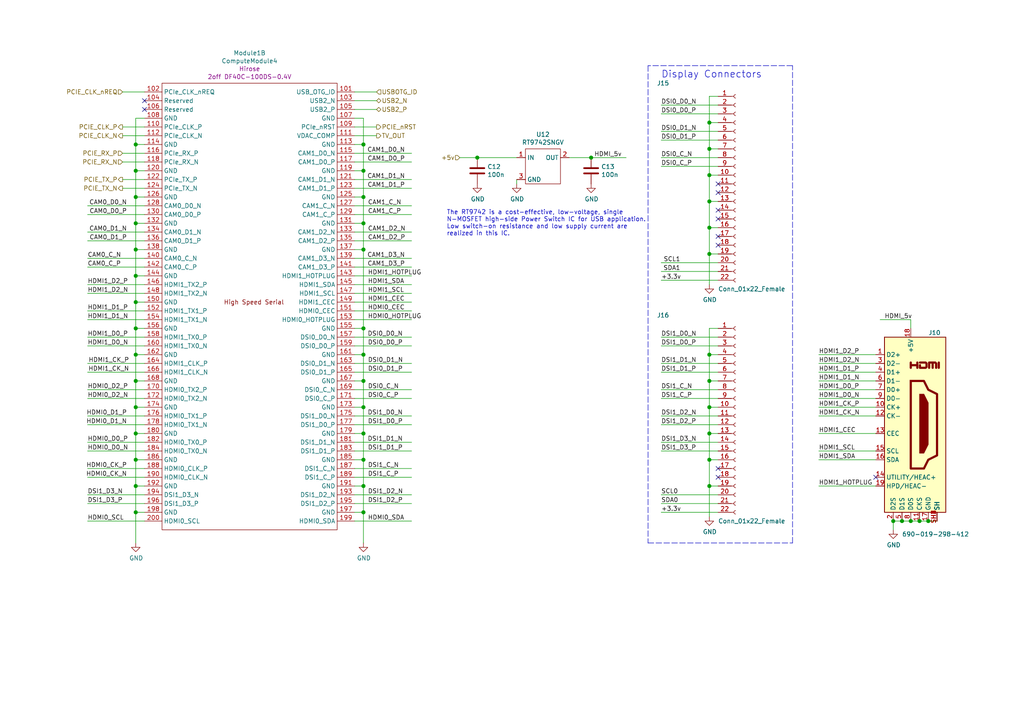
<source format=kicad_sch>
(kicad_sch (version 20211123) (generator eeschema)
  (paper "A4")
  (title_block (title "Compute Module 4 IO Board - CM4 - Highspeed") (rev "1") (company "© 2020-2022 Raspberry Pi Ltd (formerly Raspberry Pi (Trading) Ltd.)") (comment 1 "www.raspberrypi.com"))
  (lib_symbols
    (symbol "CM4IO:ComputeModule4-CM4"
      (property "Reference" "Module" (at 113.03 -68.58 0))
      (property "Value" "ComputeModule4-CM4" (at 140.97 2.54 0))
      (property "Field4" "Hirose" (at 0 0 0))
      (property "Field5" "2x DF40C-100DS-0.4V" (at 0 -2.54 0))
      (symbol "ComputeModule4-CM4_1_0"
        (text "GPIO" (at 0 6.35 0) (effects (font (size 1.27 1.27))))
      )
      (symbol "ComputeModule4-CM4_1_1"
        (rectangle (start -30.48 -71.12) (end 25.4 58.42))
        (text "600mA Max" (at -8.89 -53.34 0) (effects (font (size 1.27 1.27))))
        (text "600mA Max" (at -8.89 -48.26 0) (effects (font (size 1.27 1.27))))
        (text "NB SD signals are only available" (at -1.27 -27.94 0) (effects (font (size 1.27 1.27))))
        (text "on modules without eMMC" (at -1.27 -30.48 0) (effects (font (size 1.27 1.27))))
        (pin power_in line (at 27.94 55.88 180) (length 2.54) (name "GND") (number "1"))
        (pin passive line (at -33.02 45.72 0) (length 2.54) (name "Ethernet_Pair0_N") (number "10"))
        (pin output line (at -33.02 -68.58 0) (length 2.54) (name "nEXTRST") (number "100"))
        (pin passive line (at 27.94 43.18 180) (length 2.54) (name "Ethernet_Pair2_P") (number "11"))
        (pin passive line (at -33.02 43.18 0) (length 2.54) (name "Ethernet_Pair0_P") (number "12"))
        (pin power_in line (at 27.94 40.64 180) (length 2.54) (name "GND") (number "13"))
        (pin power_in line (at -33.02 40.64 0) (length 2.54) (name "GND") (number "14"))
        (pin output line (at 27.94 38.1 180) (length 2.54) (name "Ethernet_nLED3(3.3v)") (number "15"))
        (pin input line (at -33.02 38.1 0) (length 2.54) (name "Ethernet_SYNC_IN(1.8v)") (number "16"))
        (pin output line (at 27.94 35.56 180) (length 2.54) (name "Ethernet_nLED2(3.3v)") (number "17"))
        (pin input line (at -33.02 35.56 0) (length 2.54) (name "Ethernet_SYNC_OUT(1.8v)") (number "18"))
        (pin output line (at 27.94 33.02 180) (length 2.54) (name "Ethernet_nLED1(3.3v)") (number "19"))
        (pin power_in line (at -33.02 55.88 0) (length 2.54) (name "GND") (number "2"))
        (pin passive line (at -33.02 33.02 0) (length 2.54) (name "EEPROM_nWP") (number "20"))
        (pin open_collector line (at 27.94 30.48 180) (length 2.54) (name "PI_nLED_Activity") (number "21"))
        (pin power_in line (at -33.02 30.48 0) (length 2.54) (name "GND") (number "22"))
        (pin power_in line (at 27.94 27.94 180) (length 2.54) (name "GND") (number "23"))
        (pin passive line (at -33.02 27.94 0) (length 2.54) (name "GPIO26") (number "24"))
        (pin passive line (at 27.94 25.4 180) (length 2.54) (name "GPIO21") (number "25"))
        (pin passive line (at -33.02 25.4 0) (length 2.54) (name "GPIO19") (number "26"))
        (pin passive line (at 27.94 22.86 180) (length 2.54) (name "GPIO20") (number "27"))
        (pin passive line (at -33.02 22.86 0) (length 2.54) (name "GPIO13") (number "28"))
        (pin passive line (at 27.94 20.32 180) (length 2.54) (name "GPIO16") (number "29"))
        (pin passive line (at 27.94 53.34 180) (length 2.54) (name "Ethernet_Pair3_P") (number "3"))
        (pin passive line (at -33.02 20.32 0) (length 2.54) (name "GPIO6") (number "30"))
        (pin passive line (at 27.94 17.78 180) (length 2.54) (name "GPIO12") (number "31"))
        (pin power_in line (at -33.02 17.78 0) (length 2.54) (name "GND") (number "32"))
        (pin power_in line (at 27.94 15.24 180) (length 2.54) (name "GND") (number "33"))
        (pin passive line (at -33.02 15.24 0) (length 2.54) (name "GPIO5") (number "34"))
        (pin passive line (at 27.94 12.7 180) (length 2.54) (name "ID_SC") (number "35"))
        (pin passive line (at -33.02 12.7 0) (length 2.54) (name "ID_SD") (number "36"))
        (pin passive line (at 27.94 10.16 180) (length 2.54) (name "GPIO7") (number "37"))
        (pin passive line (at -33.02 10.16 0) (length 2.54) (name "GPIO11") (number "38"))
        (pin passive line (at 27.94 7.62 180) (length 2.54) (name "GPIO8") (number "39"))
        (pin passive line (at -33.02 53.34 0) (length 2.54) (name "Ethernet_Pair1_P") (number "4"))
        (pin passive line (at -33.02 7.62 0) (length 2.54) (name "GPIO9") (number "40"))
        (pin passive line (at 27.94 5.08 180) (length 2.54) (name "GPIO25") (number "41"))
        (pin power_in line (at -33.02 5.08 0) (length 2.54) (name "GND") (number "42"))
        (pin power_in line (at 27.94 2.54 180) (length 2.54) (name "GND") (number "43"))
        (pin passive line (at -33.02 2.54 0) (length 2.54) (name "GPIO10") (number "44"))
        (pin passive line (at 27.94 0 180) (length 2.54) (name "GPIO24") (number "45"))
        (pin passive line (at -33.02 0 0) (length 2.54) (name "GPIO22") (number "46"))
        (pin passive line (at 27.94 -2.54 180) (length 2.54) (name "GPIO23") (number "47"))
        (pin passive line (at -33.02 -2.54 0) (length 2.54) (name "GPIO27") (number "48"))
        (pin passive line (at 27.94 -5.08 180) (length 2.54) (name "GPIO18") (number "49"))
        (pin passive line (at 27.94 50.8 180) (length 2.54) (name "Ethernet_Pair3_N") (number "5"))
        (pin passive line (at -33.02 -5.08 0) (length 2.54) (name "GPIO17") (number "50"))
        (pin passive line (at 27.94 -7.62 180) (length 2.54) (name "GPIO15") (number "51"))
        (pin power_in line (at -33.02 -7.62 0) (length 2.54) (name "GND") (number "52"))
        (pin power_in line (at 27.94 -10.16 180) (length 2.54) (name "GND") (number "53"))
        (pin passive line (at -33.02 -10.16 0) (length 2.54) (name "GPIO4") (number "54"))
        (pin passive line (at 27.94 -12.7 180) (length 2.54) (name "GPIO14") (number "55"))
        (pin passive line (at -33.02 -12.7 0) (length 2.54) (name "GPIO3") (number "56"))
        (pin passive line (at 27.94 -15.24 180) (length 2.54) (name "SD_CLK") (number "57"))
        (pin passive line (at -33.02 -15.24 0) (length 2.54) (name "GPIO2") (number "58"))
        (pin power_in line (at 27.94 -17.78 180) (length 2.54) (name "GND") (number "59"))
        (pin passive line (at -33.02 50.8 0) (length 2.54) (name "Ethernet_Pair1_N") (number "6"))
        (pin power_in line (at -33.02 -17.78 0) (length 2.54) (name "GND") (number "60"))
        (pin passive line (at 27.94 -20.32 180) (length 2.54) (name "SD_DAT3") (number "61"))
        (pin passive line (at -33.02 -20.32 0) (length 2.54) (name "SD_CMD") (number "62"))
        (pin passive line (at 27.94 -22.86 180) (length 2.54) (name "SD_DAT0") (number "63"))
        (pin passive line (at -33.02 -22.86 0) (length 2.54) (name "SD_DAT5") (number "64"))
        (pin power_in line (at 27.94 -25.4 180) (length 2.54) (name "GND") (number "65"))
        (pin power_in line (at -33.02 -25.4 0) (length 2.54) (name "GND") (number "66"))
        (pin passive line (at 27.94 -27.94 180) (length 2.54) (name "SD_DAT1") (number "67"))
        (pin passive line (at -33.02 -27.94 0) (length 2.54) (name "SD_DAT4") (number "68"))
        (pin passive line (at 27.94 -30.48 180) (length 2.54) (name "SD_DAT2") (number "69"))
        (pin power_in line (at 27.94 48.26 180) (length 2.54) (name "GND") (number "7"))
        (pin passive line (at -33.02 -30.48 0) (length 2.54) (name "SD_DAT7") (number "70"))
        (pin power_in line (at 27.94 -33.02 180) (length 2.54) (name "GND") (number "71"))
        (pin passive line (at -33.02 -33.02 0) (length 2.54) (name "SD_DAT6") (number "72"))
        (pin input line (at 27.94 -35.56 180) (length 2.54) (name "SD_VDD_Override") (number "73"))
        (pin power_in line (at -33.02 -35.56 0) (length 2.54) (name "GND") (number "74"))
        (pin output line (at 27.94 -38.1 180) (length 2.54) (name "SD_PWR_ON") (number "75"))
        (pin passive line (at -33.02 -38.1 0) (length 2.54) (name "Reserved") (number "76"))
        (pin power_in line (at 27.94 -40.64 180) (length 2.54) (name "+5v_(Input)") (number "77"))
        (pin power_in line (at -33.02 -40.64 0) (length 2.54) (name "GPIO_VREF(1.8v/3.3v_Input)") (number "78"))
        (pin power_in line (at 27.94 -43.18 180) (length 2.54) (name "+5v_(Input)") (number "79"))
        (pin power_in line (at -33.02 48.26 0) (length 2.54) (name "GND") (number "8"))
        (pin passive line (at -33.02 -43.18 0) (length 2.54) (name "SCL0") (number "80"))
        (pin power_in line (at 27.94 -45.72 180) (length 2.54) (name "+5v_(Input)") (number "81"))
        (pin passive line (at -33.02 -45.72 0) (length 2.54) (name "SDA0") (number "82"))
        (pin power_in line (at 27.94 -48.26 180) (length 2.54) (name "+5v_(Input)") (number "83"))
        (pin power_out line (at -33.02 -48.26 0) (length 2.54) (name "+3.3v_(Output)") (number "84"))
        (pin power_in line (at 27.94 -50.8 180) (length 2.54) (name "+5v_(Input)") (number "85"))
        (pin power_out line (at -33.02 -50.8 0) (length 2.54) (name "+3.3v_(Output)") (number "86"))
        (pin power_in line (at 27.94 -53.34 180) (length 2.54) (name "+5v_(Input)") (number "87"))
        (pin power_out line (at -33.02 -53.34 0) (length 2.54) (name "+1.8v_(Output)") (number "88"))
        (pin power_in line (at 27.94 -55.88 180) (length 2.54) (name "WiFi_nDisable") (number "89"))
        (pin passive line (at 27.94 45.72 180) (length 2.54) (name "Ethernet_Pair2_N") (number "9"))
        (pin power_out line (at -33.02 -55.88 0) (length 2.54) (name "+1.8v_(Output)") (number "90"))
        (pin power_in line (at 27.94 -58.42 180) (length 2.54) (name "BT_nDisable") (number "91"))
        (pin passive line (at -33.02 -58.42 0) (length 2.54) (name "RUN_PG") (number "92"))
        (pin input line (at 27.94 -60.96 180) (length 2.54) (name "nRPIBOOT") (number "93"))
        (pin passive line (at -33.02 -60.96 0) (length 2.54) (name "AnalogIP0") (number "94"))
        (pin output line (at 27.94 -63.5 180) (length 2.54) (name "nPI_LED_PWR") (number "95"))
        (pin passive line (at -33.02 -63.5 0) (length 2.54) (name "AnalogIP1") (number "96"))
        (pin passive line (at 27.94 -66.04 180) (length 2.54) (name "Camera_GPIO") (number "97"))
        (pin power_in line (at -33.02 -66.04 0) (length 2.54) (name "GND") (number "98"))
        (pin input line (at 27.94 -68.58 180) (length 2.54) (name "Global_EN") (number "99"))
      )
      (symbol "ComputeModule4-CM4_2_1"
        (rectangle (start 114.3 -66.04) (end 165.1 63.5))
        (text "High Speed Serial" (at 140.97 0 0) (effects (font (size 1.27 1.27))))
        (pin input line (at 170.18 60.96 180) (length 5.08) (name "USB_OTG_ID") (number "101"))
        (pin input line (at 109.22 60.96 0) (length 5.08) (name "PCIe_CLK_nREQ") (number "102"))
        (pin passive line (at 170.18 58.42 180) (length 5.08) (name "USB2_N") (number "103"))
        (pin passive line (at 109.22 58.42 0) (length 5.08) (name "Reserved") (number "104"))
        (pin passive line (at 170.18 55.88 180) (length 5.08) (name "USB2_P") (number "105"))
        (pin passive line (at 109.22 55.88 0) (length 5.08) (name "Reserved") (number "106"))
        (pin power_in line (at 170.18 53.34 180) (length 5.08) (name "GND") (number "107"))
        (pin power_in line (at 109.22 53.34 0) (length 5.08) (name "GND") (number "108"))
        (pin bidirectional line (at 170.18 50.8 180) (length 5.08) (name "PCIe_nRST") (number "109"))
        (pin output line (at 109.22 50.8 0) (length 5.08) (name "PCIe_CLK_P") (number "110"))
        (pin passive line (at 170.18 48.26 180) (length 5.08) (name "VDAC_COMP") (number "111"))
        (pin output line (at 109.22 48.26 0) (length 5.08) (name "PCIe_CLK_N") (number "112"))
        (pin power_in line (at 170.18 45.72 180) (length 5.08) (name "GND") (number "113"))
        (pin power_in line (at 109.22 45.72 0) (length 5.08) (name "GND") (number "114"))
        (pin input line (at 170.18 43.18 180) (length 5.08) (name "CAM1_D0_N") (number "115"))
        (pin input line (at 109.22 43.18 0) (length 5.08) (name "PCIe_RX_P") (number "116"))
        (pin input line (at 170.18 40.64 180) (length 5.08) (name "CAM1_D0_P") (number "117"))
        (pin input line (at 109.22 40.64 0) (length 5.08) (name "PCIe_RX_N") (number "118"))
        (pin power_in line (at 170.18 38.1 180) (length 5.08) (name "GND") (number "119"))
        (pin power_in line (at 109.22 38.1 0) (length 5.08) (name "GND") (number "120"))
        (pin input line (at 170.18 35.56 180) (length 5.08) (name "CAM1_D1_N") (number "121"))
        (pin output line (at 109.22 35.56 0) (length 5.08) (name "PCIe_TX_P") (number "122"))
        (pin input line (at 170.18 33.02 180) (length 5.08) (name "CAM1_D1_P") (number "123"))
        (pin output line (at 109.22 33.02 0) (length 5.08) (name "PCIe_TX_N") (number "124"))
        (pin power_in line (at 170.18 30.48 180) (length 5.08) (name "GND") (number "125"))
        (pin power_in line (at 109.22 30.48 0) (length 5.08) (name "GND") (number "126"))
        (pin input line (at 170.18 27.94 180) (length 5.08) (name "CAM1_C_N") (number "127"))
        (pin input line (at 109.22 27.94 0) (length 5.08) (name "CAM0_D0_N") (number "128"))
        (pin input line (at 170.18 25.4 180) (length 5.08) (name "CAM1_C_P") (number "129"))
        (pin input line (at 109.22 25.4 0) (length 5.08) (name "CAM0_D0_P") (number "130"))
        (pin power_in line (at 170.18 22.86 180) (length 5.08) (name "GND") (number "131"))
        (pin power_in line (at 109.22 22.86 0) (length 5.08) (name "GND") (number "132"))
        (pin input line (at 170.18 20.32 180) (length 5.08) (name "CAM1_D2_N") (number "133"))
        (pin input line (at 109.22 20.32 0) (length 5.08) (name "CAM0_D1_N") (number "134"))
        (pin input line (at 170.18 17.78 180) (length 5.08) (name "CAM1_D2_P") (number "135"))
        (pin input line (at 109.22 17.78 0) (length 5.08) (name "CAM0_D1_P") (number "136"))
        (pin power_in line (at 170.18 15.24 180) (length 5.08) (name "GND") (number "137"))
        (pin power_in line (at 109.22 15.24 0) (length 5.08) (name "GND") (number "138"))
        (pin input line (at 170.18 12.7 180) (length 5.08) (name "CAM1_D3_N") (number "139"))
        (pin input line (at 109.22 12.7 0) (length 5.08) (name "CAM0_C_N") (number "140"))
        (pin input line (at 170.18 10.16 180) (length 5.08) (name "CAM1_D3_P") (number "141"))
        (pin input line (at 109.22 10.16 0) (length 5.08) (name "CAM0_C_P") (number "142"))
        (pin input line (at 170.18 7.62 180) (length 5.08) (name "HDMI1_HOTPLUG") (number "143"))
        (pin power_in line (at 109.22 7.62 0) (length 5.08) (name "GND") (number "144"))
        (pin bidirectional line (at 170.18 5.08 180) (length 5.08) (name "HDMI1_SDA") (number "145"))
        (pin output line (at 109.22 5.08 0) (length 5.08) (name "HDMI1_TX2_P") (number "146"))
        (pin open_collector line (at 170.18 2.54 180) (length 5.08) (name "HDMI1_SCL") (number "147"))
        (pin output line (at 109.22 2.54 0) (length 5.08) (name "HDMI1_TX2_N") (number "148"))
        (pin open_collector line (at 170.18 0 180) (length 5.08) (name "HDMI1_CEC") (number "149"))
        (pin power_in line (at 109.22 0 0) (length 5.08) (name "GND") (number "150"))
        (pin open_collector line (at 170.18 -2.54 180) (length 5.08) (name "HDMI0_CEC") (number "151"))
        (pin output line (at 109.22 -2.54 0) (length 5.08) (name "HDMI1_TX1_P") (number "152"))
        (pin input line (at 170.18 -5.08 180) (length 5.08) (name "HDMI0_HOTPLUG") (number "153"))
        (pin output line (at 109.22 -5.08 0) (length 5.08) (name "HDMI1_TX1_N") (number "154"))
        (pin power_in line (at 170.18 -7.62 180) (length 5.08) (name "GND") (number "155"))
        (pin power_in line (at 109.22 -7.62 0) (length 5.08) (name "GND") (number "156"))
        (pin output line (at 170.18 -10.16 180) (length 5.08) (name "DSI0_D0_N") (number "157"))
        (pin output line (at 109.22 -10.16 0) (length 5.08) (name "HDMI1_TX0_P") (number "158"))
        (pin output line (at 170.18 -12.7 180) (length 5.08) (name "DSI0_D0_P") (number "159"))
        (pin output line (at 109.22 -12.7 0) (length 5.08) (name "HDMI1_TX0_N") (number "160"))
        (pin power_in line (at 170.18 -15.24 180) (length 5.08) (name "GND") (number "161"))
        (pin power_in line (at 109.22 -15.24 0) (length 5.08) (name "GND") (number "162"))
        (pin output line (at 170.18 -17.78 180) (length 5.08) (name "DSI0_D1_N") (number "163"))
        (pin output line (at 109.22 -17.78 0) (length 5.08) (name "HDMI1_CLK_P") (number "164"))
        (pin output line (at 170.18 -20.32 180) (length 5.08) (name "DSI0_D1_P") (number "165"))
        (pin output line (at 109.22 -20.32 0) (length 5.08) (name "HDMI1_CLK_N") (number "166"))
        (pin power_in line (at 170.18 -22.86 180) (length 5.08) (name "GND") (number "167"))
        (pin power_in line (at 109.22 -22.86 0) (length 5.08) (name "GND") (number "168"))
        (pin output line (at 170.18 -25.4 180) (length 5.08) (name "DSI0_C_N") (number "169"))
        (pin output line (at 109.22 -25.4 0) (length 5.08) (name "HDMI0_TX2_P") (number "170"))
        (pin output line (at 170.18 -27.94 180) (length 5.08) (name "DSI0_C_P") (number "171"))
        (pin output line (at 109.22 -27.94 0) (length 5.08) (name "HDMI0_TX2_N") (number "172"))
        (pin power_in line (at 170.18 -30.48 180) (length 5.08) (name "GND") (number "173"))
        (pin power_in line (at 109.22 -30.48 0) (length 5.08) (name "GND") (number "174"))
        (pin output line (at 170.18 -33.02 180) (length 5.08) (name "DSI1_D0_N") (number "175"))
        (pin output line (at 109.22 -33.02 0) (length 5.08) (name "HDMI0_TX1_P") (number "176"))
        (pin output line (at 170.18 -35.56 180) (length 5.08) (name "DSI1_D0_P") (number "177"))
        (pin output line (at 109.22 -35.56 0) (length 5.08) (name "HDMI0_TX1_N") (number "178"))
        (pin power_in line (at 170.18 -38.1 180) (length 5.08) (name "GND") (number "179"))
        (pin power_in line (at 109.22 -38.1 0) (length 5.08) (name "GND") (number "180"))
        (pin output line (at 170.18 -40.64 180) (length 5.08) (name "DSI1_D1_N") (number "181"))
        (pin output line (at 109.22 -40.64 0) (length 5.08) (name "HDMI0_TX0_P") (number "182"))
        (pin output line (at 170.18 -43.18 180) (length 5.08) (name "DSI1_D1_P") (number "183"))
        (pin output line (at 109.22 -43.18 0) (length 5.08) (name "HDMI0_TX0_N") (number "184"))
        (pin power_in line (at 170.18 -45.72 180) (length 5.08) (name "GND") (number "185"))
        (pin power_in line (at 109.22 -45.72 0) (length 5.08) (name "GND") (number "186"))
        (pin output line (at 170.18 -48.26 180) (length 5.08) (name "DSI1_C_N") (number "187"))
        (pin output line (at 109.22 -48.26 0) (length 5.08) (name "HDMI0_CLK_P") (number "188"))
        (pin output line (at 170.18 -50.8 180) (length 5.08) (name "DSI1_C_P") (number "189"))
        (pin output line (at 109.22 -50.8 0) (length 5.08) (name "HDMI0_CLK_N") (number "190"))
        (pin power_in line (at 170.18 -53.34 180) (length 5.08) (name "GND") (number "191"))
        (pin power_in line (at 109.22 -53.34 0) (length 5.08) (name "GND") (number "192"))
        (pin output line (at 170.18 -55.88 180) (length 5.08) (name "DSI1_D2_N") (number "193"))
        (pin output line (at 109.22 -55.88 0) (length 5.08) (name "DSI1_D3_N") (number "194"))
        (pin output line (at 170.18 -58.42 180) (length 5.08) (name "DSI1_D2_P") (number "195"))
        (pin output line (at 109.22 -58.42 0) (length 5.08) (name "DSI1_D3_P") (number "196"))
        (pin power_in line (at 170.18 -60.96 180) (length 5.08) (name "GND") (number "197"))
        (pin power_in line (at 109.22 -60.96 0) (length 5.08) (name "GND") (number "198"))
        (pin bidirectional line (at 170.18 -63.5 180) (length 5.08) (name "HDMI0_SDA") (number "199"))
        (pin open_collector line (at 109.22 -63.5 0) (length 5.08) (name "HDMI0_SCL") (number "200"))
      )
    )
    (symbol "CM4IO:HDMI_A_1.4"
      (property "Reference" "J" (at -6.35 26.67 0))
      (property "Value" "HDMI_A_1.4" (at 10.16 26.67 0))
      (symbol "HDMI_A_1.4_0_0"
        (polyline (pts (xy 8.128 16.51) (xy 8.128 18.034)) (stroke (width 0.635)))
        (polyline (pts (xy 0 16.51) (xy 0 18.034) (xy 0 17.272) (xy 1.905 17.272) (xy 1.905 18.034) (xy 1.905 16.51)) (stroke (width 0.635)))
        (polyline (pts (xy 2.667 18.034) (xy 4.318 18.034) (xy 4.572 17.78) (xy 4.572 16.764) (xy 4.318 16.51) (xy 2.667 16.51) (xy 2.667 17.272)) (stroke (width 0.635)))
        (pin passive line (at 7.62 -27.94 90) (length 2.54) (name "SH") (number "SH2"))
        (pin passive line (at 7.62 -27.94 90) (length 2.54) (name "SH") (number "SH3"))
        (pin passive line (at 7.62 -27.94 90) (length 2.54) (name "SH") (number "SH4"))
      )
      (symbol "HDMI_A_1.4_0_1"
        (rectangle (start -7.62 25.4) (end 10.16 -25.4) (stroke (width 0.254)) (fill (type background)))
        (polyline (pts (xy 2.54 8.89) (xy 3.81 8.89) (xy 5.08 6.35) (xy 5.08 -5.715) (xy 3.81 -8.255) (xy 2.54 -8.255) (xy 2.54 8.89)) (fill (type outline)))
        (polyline (pts (xy 5.334 16.51) (xy 5.334 18.034) (xy 6.35 18.034) (xy 6.35 16.51) (xy 6.35 18.034) (xy 7.112 18.034) (xy 7.366 17.78) (xy 7.366 16.51)) (stroke (width 0.635)))
        (polyline (pts (xy 0 12.7) (xy 0 -12.7) (xy 3.81 -12.7) (xy 5.08 -10.16) (xy 7.62 -8.89) (xy 7.62 8.89) (xy 5.08 10.16) (xy 3.81 12.7) (xy 0 12.7)) (stroke (width 0.635)))
      )
      (symbol "HDMI_A_1.4_1_1"
        (pin passive line (at -10.16 20.32 0) (length 2.54) (name "D2+") (number "1"))
        (pin passive line (at -10.16 5.08 0) (length 2.54) (name "CK+") (number "10"))
        (pin power_in line (at 2.54 -27.94 90) (length 2.54) (name "CKS") (number "11"))
        (pin passive line (at -10.16 2.54 0) (length 2.54) (name "CK-") (number "12"))
        (pin bidirectional line (at -10.16 -2.54 0) (length 2.54) (name "CEC") (number "13"))
        (pin passive line (at -10.16 -15.24 0) (length 2.54) (name "UTILITY/HEAC+") (number "14"))
        (pin passive line (at -10.16 -7.62 0) (length 2.54) (name "SCL") (number "15"))
        (pin bidirectional line (at -10.16 -10.16 0) (length 2.54) (name "SDA") (number "16"))
        (pin power_in line (at 5.08 -27.94 90) (length 2.54) (name "GND") (number "17"))
        (pin power_in line (at 0 27.94 270) (length 2.54) (name "+5V") (number "18"))
        (pin passive line (at -10.16 -17.78 0) (length 2.54) (name "HPD/HEAC-") (number "19"))
        (pin power_in line (at -5.08 -27.94 90) (length 2.54) (name "D2S") (number "2"))
        (pin passive line (at -10.16 17.78 0) (length 2.54) (name "D2-") (number "3"))
        (pin passive line (at -10.16 15.24 0) (length 2.54) (name "D1+") (number "4"))
        (pin power_in line (at -2.54 -27.94 90) (length 2.54) (name "D1S") (number "5"))
        (pin passive line (at -10.16 12.7 0) (length 2.54) (name "D1-") (number "6"))
        (pin passive line (at -10.16 10.16 0) (length 2.54) (name "D0+") (number "7"))
        (pin power_in line (at 0 -27.94 90) (length 2.54) (name "D0S") (number "8"))
        (pin passive line (at -10.16 7.62 0) (length 2.54) (name "D0-") (number "9"))
        (pin passive line (at 7.62 -27.94 90) (length 2.54) (name "SH") (number "SH1"))
      )
    )
    (symbol "CM4IO:RT9742SNGV"
      (property "Reference" "U12" (at 2.54 10.541 0))
      (property "Value" "RT9742SNGV" (at 2.54 8.2296 0))
      (symbol "RT9742SNGV_0_1"
        (rectangle (start -2.54 6.35) (end 7.62 -3.81))
      )
      (symbol "RT9742SNGV_1_1"
        (pin power_in line (at -5.08 3.81 0) (length 2.54) (name "IN") (number "1"))
        (pin output line (at 10.16 3.81 180) (length 2.54) (name "OUT") (number "2"))
        (pin power_in line (at -5.08 -2.54 0) (length 2.54) (name "GND") (number "3"))
      )
    )
    (symbol "Connector:Conn_01x22_Female" (pin_names hide)
      (property "Reference" "J" (at 0 27.94 0))
      (property "Value" "Conn_01x22_Female" (at 0 -30.48 0))
      (symbol "Conn_01x22_Female_1_1"
        (arc (start 0 -27.432) (mid -0.508 -27.94) (end 0 -28.448))
        (arc (start 0 -24.892) (mid -0.508 -25.4) (end 0 -25.908))
        (arc (start 0 -22.352) (mid -0.508 -22.86) (end 0 -23.368))
        (arc (start 0 -19.812) (mid -0.508 -20.32) (end 0 -20.828))
        (arc (start 0 -17.272) (mid -0.508 -17.78) (end 0 -18.288))
        (arc (start 0 -14.732) (mid -0.508 -15.24) (end 0 -15.748))
        (arc (start 0 -12.192) (mid -0.508 -12.7) (end 0 -13.208))
        (arc (start 0 -9.652) (mid -0.508 -10.16) (end 0 -10.668))
        (arc (start 0 -7.112) (mid -0.508 -7.62) (end 0 -8.128))
        (arc (start 0 -4.572) (mid -0.508 -5.08) (end 0 -5.588))
        (arc (start 0 -2.032) (mid -0.508 -2.54) (end 0 -3.048))
        (polyline (pts (xy -1.27 -27.94) (xy -0.508 -27.94)))
        (polyline (pts (xy -1.27 -25.4) (xy -0.508 -25.4)))
        (polyline (pts (xy -1.27 -22.86) (xy -0.508 -22.86)))
        (polyline (pts (xy -1.27 -20.32) (xy -0.508 -20.32)))
        (polyline (pts (xy -1.27 -17.78) (xy -0.508 -17.78)))
        (polyline (pts (xy -1.27 -15.24) (xy -0.508 -15.24)))
        (polyline (pts (xy -1.27 -12.7) (xy -0.508 -12.7)))
        (polyline (pts (xy -1.27 -10.16) (xy -0.508 -10.16)))
        (polyline (pts (xy -1.27 -7.62) (xy -0.508 -7.62)))
        (polyline (pts (xy -1.27 -5.08) (xy -0.508 -5.08)))
        (polyline (pts (xy -1.27 -2.54) (xy -0.508 -2.54)))
        (polyline (pts (xy -1.27 0) (xy -0.508 0)))
        (polyline (pts (xy -1.27 2.54) (xy -0.508 2.54)))
        (polyline (pts (xy -1.27 5.08) (xy -0.508 5.08)))
        (polyline (pts (xy -1.27 7.62) (xy -0.508 7.62)))
        (polyline (pts (xy -1.27 10.16) (xy -0.508 10.16)))
        (polyline (pts (xy -1.27 12.7) (xy -0.508 12.7)))
        (polyline (pts (xy -1.27 15.24) (xy -0.508 15.24)))
        (polyline (pts (xy -1.27 17.78) (xy -0.508 17.78)))
        (polyline (pts (xy -1.27 20.32) (xy -0.508 20.32)))
        (polyline (pts (xy -1.27 22.86) (xy -0.508 22.86)))
        (polyline (pts (xy -1.27 25.4) (xy -0.508 25.4)))
        (arc (start 0 0.508) (mid -0.508 0) (end 0 -0.508))
        (arc (start 0 3.048) (mid -0.508 2.54) (end 0 2.032))
        (arc (start 0 5.588) (mid -0.508 5.08) (end 0 4.572))
        (arc (start 0 8.128) (mid -0.508 7.62) (end 0 7.112))
        (arc (start 0 10.668) (mid -0.508 10.16) (end 0 9.652))
        (arc (start 0 13.208) (mid -0.508 12.7) (end 0 12.192))
        (arc (start 0 15.748) (mid -0.508 15.24) (end 0 14.732))
        (arc (start 0 18.288) (mid -0.508 17.78) (end 0 17.272))
        (arc (start 0 20.828) (mid -0.508 20.32) (end 0 19.812))
        (arc (start 0 23.368) (mid -0.508 22.86) (end 0 22.352))
        (arc (start 0 25.908) (mid -0.508 25.4) (end 0 24.892))
        (pin passive line (at -5.08 25.4 0) (length 3.81) (name "Pin_1") (number "1"))
        (pin passive line (at -5.08 2.54 0) (length 3.81) (name "Pin_10") (number "10"))
        (pin passive line (at -5.08 0 0) (length 3.81) (name "Pin_11") (number "11"))
        (pin passive line (at -5.08 -2.54 0) (length 3.81) (name "Pin_12") (number "12"))
        (pin passive line (at -5.08 -5.08 0) (length 3.81) (name "Pin_13") (number "13"))
        (pin passive line (at -5.08 -7.62 0) (length 3.81) (name "Pin_14") (number "14"))
        (pin passive line (at -5.08 -10.16 0) (length 3.81) (name "Pin_15") (number "15"))
        (pin passive line (at -5.08 -12.7 0) (length 3.81) (name "Pin_16") (number "16"))
        (pin passive line (at -5.08 -15.24 0) (length 3.81) (name "Pin_17") (number "17"))
        (pin passive line (at -5.08 -17.78 0) (length 3.81) (name "Pin_18") (number "18"))
        (pin passive line (at -5.08 -20.32 0) (length 3.81) (name "Pin_19") (number "19"))
        (pin passive line (at -5.08 22.86 0) (length 3.81) (name "Pin_2") (number "2"))
        (pin passive line (at -5.08 -22.86 0) (length 3.81) (name "Pin_20") (number "20"))
        (pin passive line (at -5.08 -25.4 0) (length 3.81) (name "Pin_21") (number "21"))
        (pin passive line (at -5.08 -27.94 0) (length 3.81) (name "Pin_22") (number "22"))
        (pin passive line (at -5.08 20.32 0) (length 3.81) (name "Pin_3") (number "3"))
        (pin passive line (at -5.08 17.78 0) (length 3.81) (name "Pin_4") (number "4"))
        (pin passive line (at -5.08 15.24 0) (length 3.81) (name "Pin_5") (number "5"))
        (pin passive line (at -5.08 12.7 0) (length 3.81) (name "Pin_6") (number "6"))
        (pin passive line (at -5.08 10.16 0) (length 3.81) (name "Pin_7") (number "7"))
        (pin passive line (at -5.08 7.62 0) (length 3.81) (name "Pin_8") (number "8"))
        (pin passive line (at -5.08 5.08 0) (length 3.81) (name "Pin_9") (number "9"))
      )
    )
    (symbol "Device:C" (pin_numbers hide) (pin_names (offset 0.254))
      (property "Reference" "C" (at 0.635 2.54 0))
      (property "Value" "C" (at 0.635 -2.54 0))
      (symbol "C_0_1"
        (polyline (pts (xy -2.032 -0.762) (xy 2.032 -0.762)) (stroke (width 0.508)))
        (polyline (pts (xy -2.032 0.762) (xy 2.032 0.762)) (stroke (width 0.508)))
      )
      (symbol "C_1_1"
        (pin passive line (at 0 3.81 270) (length 2.794) (name "~") (number "1"))
        (pin passive line (at 0 -3.81 90) (length 2.794) (name "~") (number "2"))
      )
    )
    (symbol "power:GND" (power) (pin_names (offset 0))
      (property "Value" "GND" (at 0 -3.81 0))
      (symbol "GND_0_1"
        (polyline (pts (xy 0 0) (xy 0 -1.27) (xy 1.27 -1.27) (xy 0 -2.54) (xy -1.27 -1.27) (xy 0 -1.27)))
      )
      (symbol "GND_1_1"
        (pin power_in line (at 0 0 270) (length 0) hide (name "GND") (number "1"))
      )
    )
  )
  (junction (at 105.41 110.49) (diameter 1.016))
  (junction (at 266.7 151.13) (diameter 1.016))
  (junction (at 261.62 151.13) (diameter 1.016))
  (junction (at 105.41 49.53) (diameter 1.016))
  (junction (at 39.37 72.39) (diameter 1.016))
  (junction (at 105.41 140.97) (diameter 1.016))
  (junction (at 205.74 140.97) (diameter 1.016))
  (junction (at 39.37 57.15) (diameter 1.016))
  (junction (at 205.74 118.11) (diameter 1.016))
  (junction (at 39.37 110.49) (diameter 1.016))
  (junction (at 105.41 41.91) (diameter 1.016))
  (junction (at 39.37 49.53) (diameter 1.016))
  (junction (at 259.08 151.13) (diameter 1.016))
  (junction (at 105.41 57.15) (diameter 1.016))
  (junction (at 205.74 125.73) (diameter 1.016))
  (junction (at 105.41 133.35) (diameter 1.016))
  (junction (at 39.37 140.97) (diameter 1.016))
  (junction (at 205.74 43.18) (diameter 1.016))
  (junction (at 105.41 64.77) (diameter 1.016))
  (junction (at 39.37 87.63) (diameter 1.016))
  (junction (at 205.74 66.04) (diameter 1.016))
  (junction (at 105.41 148.59) (diameter 1.016))
  (junction (at 205.74 35.56) (diameter 1.016))
  (junction (at 39.37 118.11) (diameter 1.016))
  (junction (at 205.74 58.42) (diameter 1.016))
  (junction (at 105.41 102.87) (diameter 1.016))
  (junction (at 39.37 148.59) (diameter 1.016))
  (junction (at 269.24 151.13) (diameter 1.016))
  (junction (at 105.41 118.11) (diameter 1.016))
  (junction (at 205.74 133.35) (diameter 1.016))
  (junction (at 138.43 45.72) (diameter 1.016))
  (junction (at 39.37 64.77) (diameter 1.016))
  (junction (at 205.74 50.8) (diameter 1.016))
  (junction (at 39.37 125.73) (diameter 1.016))
  (junction (at 205.74 110.49) (diameter 1.016))
  (junction (at 205.74 73.66) (diameter 1.016))
  (junction (at 39.37 133.35) (diameter 1.016))
  (junction (at 105.41 95.25) (diameter 1.016))
  (junction (at 39.37 41.91) (diameter 1.016))
  (junction (at 105.41 72.39) (diameter 1.016))
  (junction (at 39.37 80.01) (diameter 1.016))
  (junction (at 39.37 102.87) (diameter 1.016))
  (junction (at 39.37 95.25) (diameter 1.016))
  (junction (at 105.41 125.73) (diameter 1.016))
  (junction (at 205.74 102.87) (diameter 1.016))
  (junction (at 264.16 151.13) (diameter 1.016))
  (junction (at 171.45 45.72) (diameter 1.016))
  (no_connect (at 208.28 55.88))
  (no_connect (at 208.28 60.96))
  (no_connect (at 208.28 138.43))
  (no_connect (at 208.28 135.89))
  (no_connect (at 41.91 31.75))
  (no_connect (at 254 138.43))
  (no_connect (at 208.28 68.58))
  (no_connect (at 41.91 29.21))
  (no_connect (at 208.28 71.12))
  (no_connect (at 208.28 63.5))
  (no_connect (at 208.28 53.34))
  (wire (pts (xy 102.87 41.91) (xy 105.41 41.91)))
  (wire (pts (xy 191.77 113.03) (xy 208.28 113.03)))
  (wire (pts (xy 261.62 151.13) (xy 264.16 151.13)))
  (wire (pts (xy 39.37 80.01) (xy 39.37 87.63)))
  (wire (pts (xy 41.91 62.23) (xy 25.4 62.23)))
  (wire (pts (xy 39.37 41.91) (xy 41.91 41.91)))
  (wire (pts (xy 205.74 35.56) (xy 205.74 43.18)))
  (wire (pts (xy 105.41 41.91) (xy 105.41 34.29)))
  (wire (pts (xy 205.74 125.73) (xy 208.28 125.73)))
  (wire (pts (xy 102.87 29.21) (xy 109.22 29.21)))
  (wire (pts (xy 25.4 82.55) (xy 41.91 82.55)))
  (wire (pts (xy 102.87 59.69) (xy 119.38 59.69)))
  (wire (pts (xy 41.91 44.45) (xy 35.56 44.45)))
  (wire (pts (xy 102.87 113.03) (xy 119.38 113.03)))
  (wire (pts (xy 119.38 130.81) (xy 102.87 130.81)))
  (wire (pts (xy 259.08 151.13) (xy 259.08 153.67)))
  (wire (pts (xy 102.87 148.59) (xy 105.41 148.59)))
  (wire (pts (xy 237.49 105.41) (xy 254 105.41)))
  (wire (pts (xy 105.41 64.77) (xy 105.41 57.15)))
  (wire (pts (xy 264.16 92.71) (xy 264.16 95.25)))
  (wire (pts (xy 171.45 45.72) (xy 181.61 45.72)))
  (wire (pts (xy 149.86 52.07) (xy 149.86 53.34)))
  (wire (pts (xy 237.49 120.65) (xy 254 120.65)))
  (wire (pts (xy 102.87 107.95) (xy 119.38 107.95)))
  (wire (pts (xy 102.87 67.31) (xy 119.38 67.31)))
  (wire (pts (xy 237.49 125.73) (xy 254 125.73)))
  (wire (pts (xy 39.37 140.97) (xy 39.37 148.59)))
  (wire (pts (xy 39.37 125.73) (xy 39.37 133.35)))
  (wire (pts (xy 191.77 105.41) (xy 208.28 105.41)))
  (wire (pts (xy 39.37 102.87) (xy 41.91 102.87)))
  (wire (pts (xy 119.38 120.65) (xy 102.87 120.65)))
  (wire (pts (xy 205.74 102.87) (xy 205.74 110.49)))
  (wire (pts (xy 208.28 146.05) (xy 191.77 146.05)))
  (wire (pts (xy 119.38 52.07) (xy 102.87 52.07)))
  (wire (pts (xy 102.87 90.17) (xy 119.38 90.17)))
  (wire (pts (xy 191.77 38.1) (xy 208.28 38.1)))
  (wire (pts (xy 35.56 54.61) (xy 41.91 54.61)))
  (wire (pts (xy 105.41 72.39) (xy 105.41 95.25)))
  (wire (pts (xy 191.77 128.27) (xy 208.28 128.27)))
  (wire (pts (xy 264.16 151.13) (xy 266.7 151.13)))
  (wire (pts (xy 39.37 148.59) (xy 39.37 157.48)))
  (wire (pts (xy 259.08 151.13) (xy 261.62 151.13)))
  (wire (pts (xy 119.38 54.61) (xy 102.87 54.61)))
  (wire (pts (xy 39.37 110.49) (xy 41.91 110.49)))
  (wire (pts (xy 25.4 74.93) (xy 41.91 74.93)))
  (wire (pts (xy 39.37 57.15) (xy 41.91 57.15)))
  (wire (pts (xy 39.37 87.63) (xy 41.91 87.63)))
  (wire (pts (xy 237.49 140.97) (xy 254 140.97)))
  (wire (pts (xy 237.49 130.81) (xy 254 130.81)))
  (polyline (pts (xy 229.87 157.48) (xy 229.87 19.05)) (stroke (width 0) (type dash)))
  (wire (pts (xy 39.37 110.49) (xy 39.37 118.11)))
  (wire (pts (xy 41.91 148.59) (xy 39.37 148.59)))
  (wire (pts (xy 102.87 102.87) (xy 105.41 102.87)))
  (wire (pts (xy 41.91 138.43) (xy 25.4 138.43)))
  (wire (pts (xy 35.56 52.07) (xy 41.91 52.07)))
  (wire (pts (xy 237.49 133.35) (xy 254 133.35)))
  (wire (pts (xy 105.41 110.49) (xy 105.41 118.11)))
  (polyline (pts (xy 187.96 157.48) (xy 229.87 157.48)) (stroke (width 0) (type dash)))
  (wire (pts (xy 105.41 57.15) (xy 105.41 49.53)))
  (wire (pts (xy 25.4 130.81) (xy 41.91 130.81)))
  (wire (pts (xy 191.77 120.65) (xy 208.28 120.65)))
  (wire (pts (xy 41.91 120.65) (xy 25.4 120.65)))
  (wire (pts (xy 39.37 133.35) (xy 39.37 140.97)))
  (wire (pts (xy 255.27 92.71) (xy 264.16 92.71)))
  (wire (pts (xy 105.41 49.53) (xy 105.41 41.91)))
  (wire (pts (xy 41.91 135.89) (xy 25.4 135.89)))
  (wire (pts (xy 41.91 123.19) (xy 25.4 123.19)))
  (wire (pts (xy 237.49 115.57) (xy 254 115.57)))
  (wire (pts (xy 205.74 118.11) (xy 205.74 125.73)))
  (wire (pts (xy 41.91 69.85) (xy 25.4 69.85)))
  (wire (pts (xy 39.37 95.25) (xy 39.37 102.87)))
  (wire (pts (xy 102.87 143.51) (xy 119.38 143.51)))
  (wire (pts (xy 102.87 133.35) (xy 105.41 133.35)))
  (wire (pts (xy 205.74 58.42) (xy 205.74 66.04)))
  (wire (pts (xy 25.4 92.71) (xy 41.91 92.71)))
  (wire (pts (xy 35.56 36.83) (xy 41.91 36.83)))
  (polyline (pts (xy 229.87 19.05) (xy 187.96 19.05)) (stroke (width 0) (type dash)))
  (wire (pts (xy 237.49 110.49) (xy 254 110.49)))
  (wire (pts (xy 205.74 66.04) (xy 205.74 73.66)))
  (wire (pts (xy 39.37 49.53) (xy 39.37 57.15)))
  (wire (pts (xy 237.49 113.03) (xy 254 113.03)))
  (wire (pts (xy 102.87 118.11) (xy 105.41 118.11)))
  (wire (pts (xy 102.87 80.01) (xy 119.38 80.01)))
  (wire (pts (xy 102.87 85.09) (xy 119.38 85.09)))
  (wire (pts (xy 205.74 27.94) (xy 205.74 35.56)))
  (wire (pts (xy 39.37 125.73) (xy 41.91 125.73)))
  (wire (pts (xy 191.77 33.02) (xy 208.28 33.02)))
  (wire (pts (xy 208.28 76.2) (xy 191.77 76.2)))
  (wire (pts (xy 205.74 133.35) (xy 208.28 133.35)))
  (wire (pts (xy 119.38 44.45) (xy 102.87 44.45)))
  (wire (pts (xy 208.28 143.51) (xy 191.77 143.51)))
  (wire (pts (xy 205.74 35.56) (xy 208.28 35.56)))
  (wire (pts (xy 165.1 45.72) (xy 171.45 45.72)))
  (wire (pts (xy 208.28 27.94) (xy 205.74 27.94)))
  (wire (pts (xy 39.37 118.11) (xy 41.91 118.11)))
  (wire (pts (xy 102.87 57.15) (xy 105.41 57.15)))
  (wire (pts (xy 41.91 67.31) (xy 25.4 67.31)))
  (wire (pts (xy 266.7 151.13) (xy 269.24 151.13)))
  (wire (pts (xy 119.38 100.33) (xy 102.87 100.33)))
  (wire (pts (xy 102.87 95.25) (xy 105.41 95.25)))
  (wire (pts (xy 102.87 62.23) (xy 119.38 62.23)))
  (wire (pts (xy 39.37 95.25) (xy 41.91 95.25)))
  (wire (pts (xy 205.74 125.73) (xy 205.74 133.35)))
  (wire (pts (xy 25.4 97.79) (xy 41.91 97.79)))
  (wire (pts (xy 205.74 43.18) (xy 205.74 50.8)))
  (polyline (pts (xy 187.96 19.05) (xy 187.96 157.48)) (stroke (width 0) (type dash)))
  (wire (pts (xy 205.74 140.97) (xy 208.28 140.97)))
  (wire (pts (xy 208.28 95.25) (xy 205.74 95.25)))
  (wire (pts (xy 39.37 64.77) (xy 39.37 72.39)))
  (wire (pts (xy 205.74 58.42) (xy 208.28 58.42)))
  (wire (pts (xy 102.87 110.49) (xy 105.41 110.49)))
  (wire (pts (xy 138.43 45.72) (xy 149.86 45.72)))
  (wire (pts (xy 205.74 118.11) (xy 208.28 118.11)))
  (wire (pts (xy 105.41 34.29) (xy 102.87 34.29)))
  (wire (pts (xy 25.4 100.33) (xy 41.91 100.33)))
  (wire (pts (xy 205.74 102.87) (xy 208.28 102.87)))
  (wire (pts (xy 105.41 148.59) (xy 105.41 157.48)))
  (wire (pts (xy 208.28 148.59) (xy 191.77 148.59)))
  (wire (pts (xy 105.41 102.87) (xy 105.41 110.49)))
  (wire (pts (xy 191.77 45.72) (xy 208.28 45.72)))
  (wire (pts (xy 25.4 128.27) (xy 41.91 128.27)))
  (wire (pts (xy 237.49 107.95) (xy 254 107.95)))
  (wire (pts (xy 39.37 118.11) (xy 39.37 125.73)))
  (wire (pts (xy 41.91 59.69) (xy 25.4 59.69)))
  (wire (pts (xy 25.4 113.03) (xy 41.91 113.03)))
  (wire (pts (xy 35.56 26.67) (xy 41.91 26.67)))
  (wire (pts (xy 102.87 138.43) (xy 119.38 138.43)))
  (wire (pts (xy 191.77 123.19) (xy 208.28 123.19)))
  (wire (pts (xy 25.4 151.13) (xy 41.91 151.13)))
  (wire (pts (xy 102.87 69.85) (xy 119.38 69.85)))
  (wire (pts (xy 39.37 57.15) (xy 39.37 64.77)))
  (wire (pts (xy 105.41 133.35) (xy 105.41 140.97)))
  (wire (pts (xy 237.49 118.11) (xy 254 118.11)))
  (wire (pts (xy 39.37 41.91) (xy 39.37 49.53)))
  (wire (pts (xy 105.41 125.73) (xy 105.41 133.35)))
  (wire (pts (xy 102.87 125.73) (xy 105.41 125.73)))
  (wire (pts (xy 119.38 77.47) (xy 102.87 77.47)))
  (wire (pts (xy 205.74 66.04) (xy 208.28 66.04)))
  (wire (pts (xy 237.49 102.87) (xy 254 102.87)))
  (wire (pts (xy 41.91 34.29) (xy 39.37 34.29)))
  (wire (pts (xy 102.87 87.63) (xy 119.38 87.63)))
  (wire (pts (xy 39.37 87.63) (xy 39.37 95.25)))
  (wire (pts (xy 102.87 64.77) (xy 105.41 64.77)))
  (wire (pts (xy 191.77 130.81) (xy 208.28 130.81)))
  (wire (pts (xy 39.37 72.39) (xy 39.37 80.01)))
  (wire (pts (xy 119.38 74.93) (xy 102.87 74.93)))
  (wire (pts (xy 102.87 140.97) (xy 105.41 140.97)))
  (wire (pts (xy 102.87 31.75) (xy 109.22 31.75)))
  (wire (pts (xy 102.87 105.41) (xy 119.38 105.41)))
  (wire (pts (xy 205.74 95.25) (xy 205.74 102.87)))
  (wire (pts (xy 102.87 146.05) (xy 119.38 146.05)))
  (wire (pts (xy 41.91 107.95) (xy 25.4 107.95)))
  (wire (pts (xy 39.37 102.87) (xy 39.37 110.49)))
  (wire (pts (xy 41.91 140.97) (xy 39.37 140.97)))
  (wire (pts (xy 102.87 135.89) (xy 119.38 135.89)))
  (wire (pts (xy 102.87 92.71) (xy 119.38 92.71)))
  (wire (pts (xy 41.91 46.99) (xy 35.56 46.99)))
  (wire (pts (xy 39.37 72.39) (xy 41.91 72.39)))
  (wire (pts (xy 191.77 100.33) (xy 208.28 100.33)))
  (wire (pts (xy 25.4 115.57) (xy 41.91 115.57)))
  (wire (pts (xy 25.4 77.47) (xy 41.91 77.47)))
  (wire (pts (xy 102.87 72.39) (xy 105.41 72.39)))
  (wire (pts (xy 191.77 107.95) (xy 208.28 107.95)))
  (wire (pts (xy 133.35 45.72) (xy 138.43 45.72)))
  (wire (pts (xy 119.38 123.19) (xy 102.87 123.19)))
  (wire (pts (xy 269.24 151.13) (xy 271.78 151.13)))
  (wire (pts (xy 205.74 43.18) (xy 208.28 43.18)))
  (wire (pts (xy 119.38 46.99) (xy 102.87 46.99)))
  (wire (pts (xy 208.28 78.74) (xy 191.77 78.74)))
  (wire (pts (xy 205.74 50.8) (xy 205.74 58.42)))
  (wire (pts (xy 105.41 118.11) (xy 105.41 125.73)))
  (wire (pts (xy 119.38 97.79) (xy 102.87 97.79)))
  (wire (pts (xy 205.74 110.49) (xy 205.74 118.11)))
  (wire (pts (xy 205.74 133.35) (xy 205.74 140.97)))
  (wire (pts (xy 119.38 128.27) (xy 102.87 128.27)))
  (wire (pts (xy 205.74 73.66) (xy 208.28 73.66)))
  (wire (pts (xy 102.87 36.83) (xy 109.22 36.83)))
  (wire (pts (xy 25.4 146.05) (xy 41.91 146.05)))
  (wire (pts (xy 191.77 40.64) (xy 208.28 40.64)))
  (wire (pts (xy 205.74 50.8) (xy 208.28 50.8)))
  (wire (pts (xy 105.41 140.97) (xy 105.41 148.59)))
  (wire (pts (xy 205.74 140.97) (xy 205.74 149.86)))
  (wire (pts (xy 205.74 110.49) (xy 208.28 110.49)))
  (wire (pts (xy 191.77 97.79) (xy 208.28 97.79)))
  (wire (pts (xy 105.41 95.25) (xy 105.41 102.87)))
  (wire (pts (xy 191.77 30.48) (xy 208.28 30.48)))
  (wire (pts (xy 25.4 90.17) (xy 41.91 90.17)))
  (wire (pts (xy 39.37 64.77) (xy 41.91 64.77)))
  (wire (pts (xy 191.77 115.57) (xy 208.28 115.57)))
  (wire (pts (xy 25.4 85.09) (xy 41.91 85.09)))
  (wire (pts (xy 39.37 133.35) (xy 41.91 133.35)))
  (wire (pts (xy 191.77 48.26) (xy 208.28 48.26)))
  (wire (pts (xy 105.41 72.39) (xy 105.41 64.77)))
  (wire (pts (xy 205.74 73.66) (xy 205.74 82.55)))
  (wire (pts (xy 102.87 115.57) (xy 119.38 115.57)))
  (wire (pts (xy 39.37 34.29) (xy 39.37 41.91)))
  (wire (pts (xy 35.56 39.37) (xy 41.91 39.37)))
  (wire (pts (xy 41.91 105.41) (xy 25.4 105.41)))
  (wire (pts (xy 208.28 81.28) (xy 191.77 81.28)))
  (wire (pts (xy 39.37 80.01) (xy 41.91 80.01)))
  (wire (pts (xy 39.37 49.53) (xy 41.91 49.53)))
  (wire (pts (xy 102.87 151.13) (xy 119.38 151.13)))
  (wire (pts (xy 109.22 26.67) (xy 102.87 26.67)))
  (wire (pts (xy 25.4 143.51) (xy 41.91 143.51)))
  (wire (pts (xy 102.87 49.53) (xy 105.41 49.53)))
  (wire (pts (xy 102.87 39.37) (xy 109.22 39.37)))
  (wire (pts (xy 102.87 82.55) (xy 119.38 82.55)))
  (text "The RT9742 is a cost-effective, low-voltage, single\nN-MOSFET high-side Power Switch IC for USB application.\nLow switch-on resistance and low supply current are\nrealized in this IC." (at 129.54 68.58 0) (effects (font (size 1.27 1.27)) (justify left bottom)))
  (text "Display Connectors" (at 191.77 22.86 0) (effects (font (size 2.0066 2.0066)) (justify left bottom)))
  (label "HDMI1_D1_P" (at 237.49 107.95 0))
  (label "HDMI0_CK_P" (at 36.83 135.89 180))
  (label "HDMI1_HOTPLUG" (at 106.68 80.01 0))
  (label "DSI0_C_P" (at 106.68 115.57 0))
  (label "DSI1_C_P" (at 191.77 115.57 0))
  (label "HDMI0_D2_N" (at 25.4 115.57 0))
  (label "DSI1_D0_N" (at 116.84 120.65 180))
  (label "HDMI1_D2_P" (at 237.49 102.87 0))
  (label "HDMI0_SDA" (at 106.68 151.13 0))
  (label "CAM0_D0_P" (at 36.83 62.23 180))
  (label "DSI1_C_N" (at 191.77 113.03 0))
  (label "HDMI0_HOTPLUG" (at 106.68 92.71 0))
  (label "DSI1_D1_N" (at 116.84 128.27 180))
  (label "CAM0_C_P" (at 25.4 77.47 0))
  (label "DSI0_D0_P" (at 191.77 33.02 0))
  (label "HDMI1_SCL" (at 237.49 130.81 0))
  (label "CAM0_D1_P" (at 36.83 69.85 180))
  (label "HDMI0_CK_N" (at 36.83 138.43 180))
  (label "CAM1_D3_N" (at 117.475 74.93 180))
  (label "CAM0_D0_N" (at 36.83 59.69 180))
  (label "DSI1_D0_P" (at 116.84 123.19 180))
  (label "DSI1_D2_P" (at 191.77 123.19 0))
  (label "+3.3v" (at 191.77 81.28 0))
  (label "HDMI0_SCL" (at 25.4 151.13 0))
  (label "CAM1_D0_N" (at 117.475 44.45 180))
  (label "HDMI1_D0_N" (at 25.4 100.33 0))
  (label "CAM1_D2_P" (at 106.68 69.85 0))
  (label "DSI1_C_P" (at 106.68 138.43 0))
  (label "HDMI0_D1_P" (at 36.83 120.65 180))
  (label "CAM1_C_P" (at 106.68 62.23 0))
  (label "SDA1" (at 197.358 78.74 180))
  (label "DSI0_C_N" (at 106.68 113.03 0))
  (label "DSI1_D1_P" (at 116.84 130.81 180))
  (label "DSI0_D1_N" (at 191.77 38.1 0))
  (label "CAM1_D0_P" (at 117.475 46.99 180))
  (label "DSI1_D0_P" (at 191.77 100.33 0))
  (label "HDMI0_D0_N" (at 25.4 130.81 0))
  (label "HDMI0_D0_P" (at 25.4 128.27 0))
  (label "CAM1_D3_P" (at 117.475 77.47 180))
  (label "HDMI0_D1_N" (at 36.83 123.19 180))
  (label "SCL0" (at 191.77 143.51 0))
  (label "DSI0_D0_N" (at 191.77 30.48 0))
  (label "CAM1_D1_N" (at 117.475 52.07 180))
  (label "DSI0_D1_P" (at 191.77 40.64 0))
  (label "DSI0_D0_N" (at 116.84 97.79 180))
  (label "DSI1_D3_P" (at 25.4 146.05 0))
  (label "DSI1_D1_P" (at 191.77 107.95 0))
  (label "DSI1_D1_N" (at 191.77 105.41 0))
  (label "DSI1_D0_N" (at 191.77 97.79 0))
  (label "HDMI1_D0_P" (at 25.4 97.79 0))
  (label "DSI0_D1_N" (at 106.68 105.41 0))
  (label "+3.3v" (at 191.77 148.59 0))
  (label "SDA0" (at 191.77 146.05 0))
  (label "HDMI1_D2_N" (at 237.49 105.41 0))
  (label "HDMI1_D1_N" (at 25.4 92.71 0))
  (label "HDMI1_CEC" (at 237.49 125.73 0))
  (label "HDMI_5v" (at 180.34 45.72 180))
  (label "HDMI1_CK_P" (at 37.465 105.41 180))
  (label "HDMI_5v" (at 256.54 92.71 0))
  (label "CAM1_D1_P" (at 117.475 54.61 180))
  (label "HDMI1_SDA" (at 106.68 82.55 0))
  (label "DSI0_D1_P" (at 106.68 107.95 0))
  (label "HDMI1_CK_N" (at 237.49 120.65 0))
  (label "DSI0_C_N" (at 191.77 45.72 0))
  (label "HDMI1_SDA" (at 237.49 133.35 0))
  (label "HDMI1_D2_N" (at 25.4 85.09 0))
  (label "HDMI0_CEC" (at 106.68 90.17 0))
  (label "HDMI0_D2_P" (at 25.4 113.03 0))
  (label "DSI0_C_P" (at 191.77 48.26 0))
  (label "DSI1_D3_N" (at 25.4 143.51 0))
  (label "HDMI1_CK_P" (at 237.49 118.11 0))
  (label "DSI1_D2_N" (at 191.77 120.65 0))
  (label "SCL1" (at 197.358 76.2 180))
  (label "CAM1_C_N" (at 106.68 59.69 0))
  (label "CAM0_C_N" (at 25.4 74.93 0))
  (label "HDMI1_SCL" (at 106.68 85.09 0))
  (label "HDMI1_D1_N" (at 237.49 110.49 0))
  (label "DSI1_D3_P" (at 191.77 130.81 0))
  (label "HDMI1_D2_P" (at 25.4 82.55 0))
  (label "DSI1_D2_P" (at 106.68 146.05 0))
  (label "HDMI1_D0_N" (at 237.49 115.57 0))
  (label "HDMI1_D1_P" (at 25.4 90.17 0))
  (label "DSI0_D0_P" (at 116.84 100.33 180))
  (label "DSI1_D2_N" (at 106.68 143.51 0))
  (label "HDMI1_HOTPLUG" (at 237.49 140.97 0))
  (label "HDMI1_D0_P" (at 237.49 113.03 0))
  (label "HDMI1_CK_N" (at 37.465 107.95 180))
  (label "DSI1_D3_N" (at 191.77 128.27 0))
  (label "CAM1_D2_N" (at 106.68 67.31 0))
  (label "HDMI1_CEC" (at 106.68 87.63 0))
  (label "DSI1_C_N" (at 106.68 135.89 0))
  (label "CAM0_D1_N" (at 36.83 67.31 180))
  (hierarchical_label "PCIE_RX_P" (shape input) (at 35.56 44.45 180))
  (hierarchical_label "TV_OUT" (shape output) (at 109.22 39.37 0))
  (hierarchical_label "PCIE_CLK_N" (shape output) (at 35.56 39.37 180))
  (hierarchical_label "PCIE_nRST" (shape output) (at 109.22 36.83 0))
  (hierarchical_label "PCIE_RX_N" (shape input) (at 35.56 46.99 180))
  (hierarchical_label "PCIE_CLK_nREQ" (shape input) (at 35.56 26.67 180))
  (hierarchical_label "USBOTG_ID" (shape input) (at 109.22 26.67 0))
  (hierarchical_label "USB2_P" (shape bidirectional) (at 109.22 31.75 0))
  (hierarchical_label "PCIE_TX_N" (shape output) (at 35.56 54.61 180))
  (hierarchical_label "+5v" (shape input) (at 133.35 45.72 180))
  (hierarchical_label "PCIE_TX_P" (shape output) (at 35.56 52.07 180))
  (hierarchical_label "USB2_N" (shape bidirectional) (at 109.22 29.21 0))
  (hierarchical_label "PCIE_CLK_P" (shape output) (at 35.56 36.83 180))
  (symbol (lib_id "power:GND") (at 259.08 153.67 0) (unit 1)
    (property "Reference" "#PWR0129" (effects hide))
    (property "Value" "GND" (at 259.207 158.0642 0))
  )
  (symbol (lib_id "power:GND") (at 105.41 157.48 0) (unit 1)
    (property "Reference" "#PWR0130" (effects hide))
    (property "Value" "GND" (at 105.537 161.8742 0))
  )
  (symbol (lib_id "power:GND") (at 39.37 157.48 0) (unit 1)
    (property "Reference" "#PWR0131" (effects hide))
    (property "Value" "GND" (at 39.497 161.8742 0))
  )
  (symbol (lib_id "power:GND") (at 205.74 82.55 0) (unit 1)
    (property "Reference" "#PWR0133" (effects hide))
    (property "Value" "GND" (at 205.867 86.9442 0))
  )
  (symbol (lib_id "power:GND") (at 205.74 149.86 0) (unit 1)
    (property "Reference" "#PWR0135" (effects hide))
    (property "Value" "GND" (at 205.867 154.2542 0))
  )
  (symbol (lib_id "Connector:Conn_01x22_Female") (at 213.36 53.34 0) (unit 1)
    (property "Reference" "J15" (at 190.5 24.13 0) (effects (justify left)))
    (property "Value" "Conn_01x22_Female" (at 208.28 83.82 0) (effects (justify left)))
    (property "Footprint" "CM4IO:Hirose_FH12-22S-0.5SH_1x22-1MP_P0.50mm_Horizontal" (effects hide))
    (property "Datasheet" "https://www.hirose.com/product/document?clcode=&productname=&series=FH12&documenttype=Catalog&lang=en&documentid=D31648_en" (effects hide))
    (property "Field4" "Mouser" (effects hide))
    (property "Field5" "798-FH12-22S-0.5SH55" (effects hide))
    (property "Field6" "FH12-22S-0.5SH55" (effects hide))
    (property "Field7" "Hirose" (effects hide))
    (property "Part Description" "22 Position FFC, FPC Connector Contacts, Bottom 0.020\" (0.50mm) Surface Mount, Right Angle" (effects hide))
  )
  (symbol (lib_id "Connector:Conn_01x22_Female") (at 213.36 120.65 0) (unit 1)
    (property "Reference" "J16" (at 190.5 91.44 0) (effects (justify left)))
    (property "Value" "Conn_01x22_Female" (at 208.28 151.13 0) (effects (justify left)))
    (property "Footprint" "CM4IO:Hirose_FH12-22S-0.5SH_1x22-1MP_P0.50mm_Horizontal" (effects hide))
    (property "Datasheet" "https://www.hirose.com/product/document?clcode=&productname=&series=FH12&documenttype=Catalog&lang=en&documentid=D31648_en" (effects hide))
    (property "Field4" "Mouser" (effects hide))
    (property "Field5" "798-FH12-22S-0.5SH55" (effects hide))
    (property "Field6" "FH12-22S-0.5SH55" (effects hide))
    (property "Field7" "Hirose" (effects hide))
    (property "Part Description" "22 Position FFC, FPC Connector Contacts, Bottom 0.020\" (0.50mm) Surface Mount, Right Angle" (effects hide))
  )
  (symbol (lib_id "CM4IO:HDMI_A_1.4") (at 264.16 123.19 0) (unit 1)
    (property "Reference" "J10" (at 269.24 96.52 0) (effects (justify left)))
    (property "Value" "690-019-298-412" (at 261.62 154.94 0) (effects (justify left)))
    (property "Footprint" "CM4IO:EDAC 690-019-298-412" (effects hide))
    (property "Datasheet" "https://www.tme.eu/Document/f15dffbcfad8545e17826f72d36911c8/206A-SEAN-R03.pdf" (effects hide))
    (property "Field4" "Farnell" (effects hide))
    (property "Field5" "2614936" (effects hide))
    (property "Field6" "690-019-298-412" (effects hide))
    (property "Field7" "EDAC" (effects hide))
    (property "Part Description" "HDMI Connector, Right Angle, 19 Contacts, Receptacle, Surface Mount, Surface Mount Right Angle" (effects hide))
    (property "Field8" "UCON00802" (effects hide))
  )
  (symbol (lib_id "Device:C") (at 171.45 49.53 0) (unit 1)
    (property "Reference" "C13" (at 174.371 48.3616 0) (effects (justify left)))
    (property "Value" "100n" (at 174.371 50.673 0) (effects (justify left)))
    (property "Footprint" "Capacitor_SMD:C_0402_1005Metric" (effects hide))
    (property "Datasheet" "https://search.murata.co.jp/Ceramy/image/img/A01X/G101/ENG/GRM155R71C104KA88-01.pdf" (effects hide))
    (property "Field4" "Farnell" (effects hide))
    (property "Field5" "2611911" (effects hide))
    (property "Field6" "RM EMK105 B7104KV-F" (effects hide))
    (property "Field7" "TAIYO YUDEN EUROPE GMBH" (effects hide))
    (property "Part Description" "	0.1uF 10% 16V Ceramic Capacitor X7R 0402 (1005 Metric)" (effects hide))
    (property "Field8" "110091611" (effects hide))
  )
  (symbol (lib_id "Device:C") (at 138.43 49.53 0) (unit 1)
    (property "Reference" "C12" (at 141.351 48.3616 0) (effects (justify left)))
    (property "Value" "100n" (at 141.351 50.673 0) (effects (justify left)))
    (property "Footprint" "Capacitor_SMD:C_0402_1005Metric" (effects hide))
    (property "Datasheet" "https://search.murata.co.jp/Ceramy/image/img/A01X/G101/ENG/GRM155R71C104KA88-01.pdf" (effects hide))
    (property "Field4" "Farnell" (effects hide))
    (property "Field5" "2611911" (effects hide))
    (property "Field6" "RM EMK105 B7104KV-F" (effects hide))
    (property "Field7" "TAIYO YUDEN EUROPE GMBH" (effects hide))
    (property "Part Description" "	0.1uF 10% 16V Ceramic Capacitor X7R 0402 (1005 Metric)" (effects hide))
    (property "Field8" "110091611" (effects hide))
  )
  (symbol (lib_id "CM4IO:RT9742SNGV") (at 154.94 49.53 0) (unit 1)
    (property "Reference" "U12" (at 157.48 38.989 0))
    (property "Value" "RT9742SNGV" (at 157.48 41.3004 0))
    (property "Footprint" "Package_TO_SOT_SMD:SOT-23" (effects hide))
    (property "Datasheet" "https://www.richtek.com/assets/product_file/RT9742/DS9742-09.pdf" (effects hide))
    (property "Field4" "Farnell" (effects hide))
    (property "Field5" "2575555" (effects hide))
    (property "Field6" "RT9742SNGV" (effects hide))
    (property "Field7" "RichTek" (effects hide))
    (property "Part Description" "Power Switch/Driver 1:1 N-Channel 500mA SOT-23-3" (effects hide))
    (property "Field8" "USWI00155" (effects hide))
  )
  (symbol (lib_id "power:GND") (at 171.45 53.34 0) (unit 1)
    (property "Reference" "#PWR0136" (effects hide))
    (property "Value" "GND" (at 171.577 57.7342 0))
  )
  (symbol (lib_id "power:GND") (at 138.43 53.34 0) (unit 1)
    (property "Reference" "#PWR0137" (effects hide))
    (property "Value" "GND" (at 138.557 57.7342 0))
  )
  (symbol (lib_id "power:GND") (at 149.86 53.34 0) (unit 1)
    (property "Reference" "#PWR0138" (effects hide))
    (property "Value" "GND" (at 149.987 57.7342 0))
  )
  (symbol (lib_id "CM4IO:ComputeModule4-CM4") (at -67.31 87.63 0) (unit 2)
    (property "Reference" "Module1" (at 72.39 15.367 0))
    (property "Value" "ComputeModule4" (at 72.39 17.6784 0))
    (property "Footprint" "CM4IO:Raspberry-Pi-4-Compute-Module" (effects hide))
    (property "Field4" "Hirose" (at 72.39 19.9644 0))
    (property "Field5" "2off DF40C-100DS-0.4V" (at 72.39 22.2758 0))
    (property "Field6" "2off DF40C-100DS-0.4V" (effects hide))
    (property "Field7" "Hirose" (effects hide))
    (property "Part Description" "	100 Position Connector Receptacle, Center Strip Contacts Surface Mount Gold" (effects hide))
  )
)
</source>
